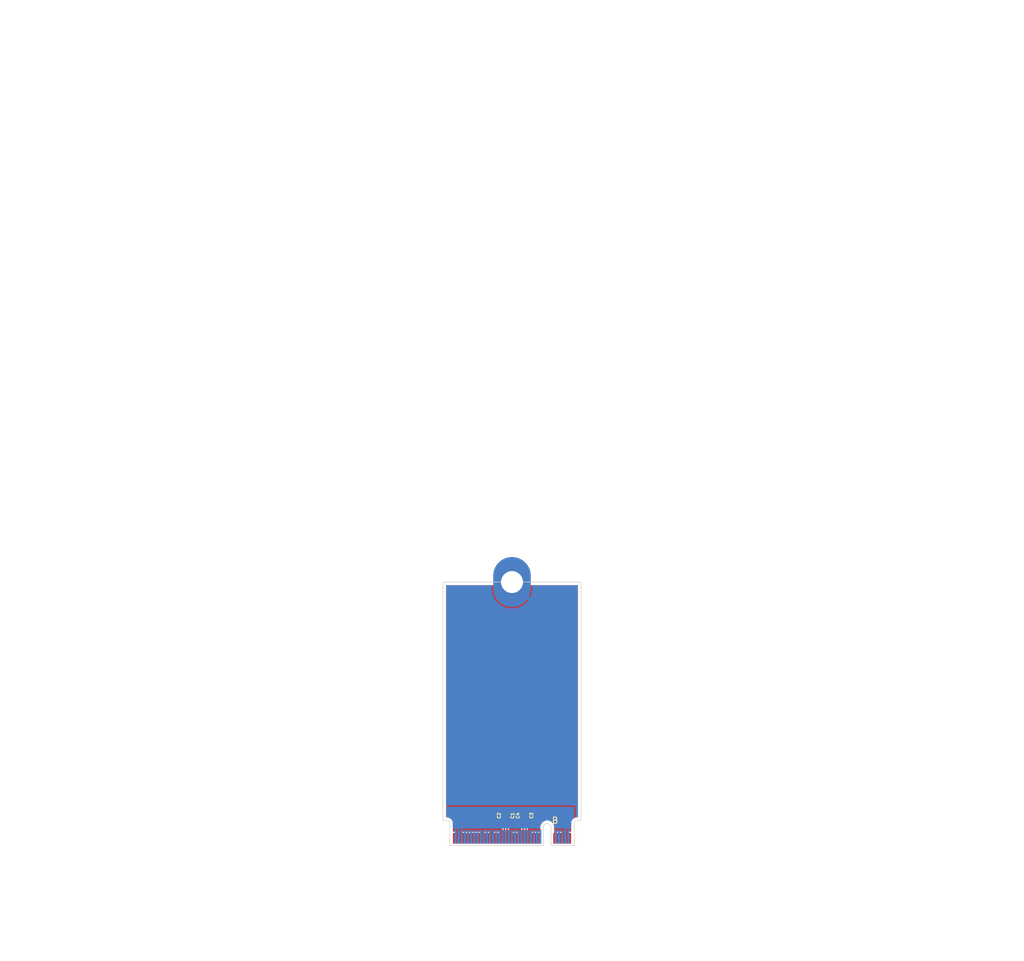
<source format=kicad_pcb>
(kicad_pcb (version 20241229) (generator "pcbnew") (generator_version "9.0")
  (layers (0 "F.Cu" signal) (2 "B.Cu" signal) (13 "F.Paste" user) (15 "B.Paste" user) (5 "F.SilkS" user "F.Silkscreen") (7 "B.SilkS" user "B.Silkscreen") (1 "F.Mask" user) (3 "B.Mask" user) (25 "Edge.Cuts" user))
  (net 0 "")
  (net 1 "/M.2 B key/PET0N")
  (net 2 "/M.2 B key/PET0P")
  (net 3 "/M.2 B key/PET1P")
  (net 4 "/M.2 B key/PET1N")
  (net 5 "GND")
  (net 6 "/CONFIG_3")
  (net 7 "+3.3V")
  (net 8 "/FULL_CARD_PWR_OFF#")
  (net 9 "/USB_D+")
  (net 10 "/W_DISABLE1#")
  (net 11 "/USB_D-")
  (net 12 "/GPIO_9{slash}LED#1")
  (net 13 "/GPIO_5")
  (net 14 "/CONFIG_0")
  (net 15 "/GPIO_6")
  (net 16 "/DPR")
  (net 17 "/GPIO_7")
  (net 18 "/GPIO_11")
  (net 19 "/GPIO_10")
  (net 20 "/GPIO_8")
  (net 21 "/UIM-RESET")
  (net 22 "/UIM-CLK")
  (net 23 "/UIM-DATA")
  (net 24 "/PER1-")
  (net 25 "/UIM-PWR")
  (net 26 "/PER1+")
  (net 27 "/DEVSLP")
  (net 28 "/GPIO_0")
  (net 29 "/GPIO_1")
  (net 30 "/GPIO_2")
  (net 31 "/GPIO_3")
  (net 32 "/PER0-")
  (net 33 "/GPIO_4")
  (net 34 "/PER0+")
  (net 35 "/PERST#")
  (net 36 "/CLKREQ#")
  (net 37 "/REFCLK-")
  (net 38 "/PEWAKE#")
  (net 39 "/REFCLK+")
  (net 42 "/ANTCTL0")
  (net 44 "/ANTCTL1")
  (net 46 "/ANTCTL2")
  (net 48 "/ANTCTL3")
  (net 49 "/SIM_DETECT")
  (net 50 "/RESET#")
  (net 51 "/SUSCLK")
  (net 52 "/CONFIG_1")
  (net 53 "/CONFIG_2")
  (net 54 "/PET0+")
  (net 55 "/PET1+")
  (net 56 "/PET1-")
  (net 57 "/PET0-")
  (footprint "Capacitor_SMD:C_0201_0603Metric" (layer "F.Cu") (at 111.61 152.8 90)
    (property "Reference" "C3" (at 0 0.75 90) (layer "F.SilkS") (effects (font (size 0.5 0.5))))
    (property "Value" "220nF")
    (pad "1" smd roundrect (at -0.32 0 90) (size 0.46 0.4) (layers "F.Cu" "F.Mask") (net 4 "/M.2 B key/PET1N"))
    (pad "2" smd roundrect (at 0.32 0 90) (size 0.46 0.4) (layers "F.Cu" "F.Mask") (net 56 "/PET1-"))
  )
  (footprint "Capacitor_SMD:C_0201_0603Metric" (layer "F.Cu") (at 107.91 152.8 90)
    (property "Reference" "C2" (at 0 -0.73 90) (layer "F.SilkS") (effects (font (size 0.5 0.5))))
    (property "Value" "220nF")
    (pad "1" smd roundrect (at -0.32 0 90) (size 0.46 0.4) (layers "F.Cu" "F.Mask") (net 2 "/M.2 B key/PET0P"))
    (pad "2" smd roundrect (at 0.32 0 90) (size 0.46 0.4) (layers "F.Cu" "F.Mask") (net 54 "/PET0+"))
  )
  (footprint "Athena KiCAd library:M.2 Mounting Pad" (layer "F.Cu") (at 109.26 115.57)
    (property "Reference" "H1")
    (property "Value" "MountingHole_Pad")
    (pad "1" thru_hole circle (at 0 0) (size 5.5 5.5) (drill 3.5) (property pad_prop_castellated) (layers "*.Cu" "*.Mask") (net 5 "GND") (padstack (mode front_inner_back) (layer "Inner" (shape circle) (size 5.5 5.5)) (layer "B.Cu" (shape oval) (size 6 8))))
  )
  (footprint "Capacitor_SMD:C_0201_0603Metric" (layer "F.Cu") (at 110.91 152.8 90)
    (property "Reference" "C4" (at 0 -0.72 90) (layer "F.SilkS") (effects (font (size 0.5 0.5))))
    (property "Value" "220nF")
    (pad "1" smd roundrect (at -0.32 0 90) (size 0.46 0.4) (layers "F.Cu" "F.Mask") (net 3 "/M.2 B key/PET1P"))
    (pad "2" smd roundrect (at 0.32 0 90) (size 0.46 0.4) (layers "F.Cu" "F.Mask") (net 55 "/PET1+"))
  )
  (footprint "Capacitor_SMD:C_0201_0603Metric" (layer "F.Cu") (at 108.61 152.8 90)
    (property "Reference" "C1" (at 0 0.73 270) (layer "F.SilkS") (effects (font (size 0.5 0.5))))
    (property "Value" "220nF")
    (pad "1" smd roundrect (at -0.32 0 90) (size 0.46 0.4) (layers "F.Cu" "F.Mask") (net 1 "/M.2 B key/PET0N"))
    (pad "2" smd roundrect (at 0.32 0 90) (size 0.46 0.4) (layers "F.Cu" "F.Mask") (net 57 "/PET0-"))
  )
  (footprint "PCIexpress:M.2 B Key Connector" (layer "F.Cu") (at 109.26 156.46)
    (property "Reference" "J1")
    (property "Value" "~")
    (fp_line (start -11 -2.89) (end -10.425 -2.89) (stroke (width 0.1)) (layer "Edge.Cuts"))
    (fp_line (start -9.925 -2.39) (end -9.925 1.11) (stroke (width 0.1)) (layer "Edge.Cuts"))
    (fp_line (start 5.02 -1.79) (end 5.02 1.11) (stroke (width 0.1)) (layer "Edge.Cuts"))
    (fp_line (start 5.02 1.11) (end -9.925 1.11) (stroke (width 0.1)) (layer "Edge.Cuts"))
    (fp_line (start 6.22 -1.79) (end 6.22 1.11) (stroke (width 0.1)) (layer "Edge.Cuts"))
    (fp_line (start 6.225333 1.11) (end 9.925 1.11) (stroke (width 0.1)) (layer "Edge.Cuts"))
    (fp_line (start 9.925 -2.39) (end 9.925 1.11) (stroke (width 0.1)) (layer "Edge.Cuts"))
    (fp_line (start 10.425 -2.89) (end 11 -2.89) (stroke (width 0.1)) (layer "Edge.Cuts"))
    (fp_arc (start -10.425 -2.89) (mid -10.071447 -2.743553) (end -9.925 -2.39) (stroke (width 0.1)) (layer "Edge.Cuts"))
    (fp_arc (start 5.02 -1.79) (mid 5.62 -2.39) (end 6.22 -1.79) (stroke (width 0.1)) (layer "Edge.Cuts"))
    (fp_arc (start 9.925 -2.39) (mid 10.071447 -2.743553) (end 10.425 -2.89) (stroke (width 0.1)) (layer "Edge.Cuts"))
    (fp_text user "B" (at 6.27 -2.3 0) (layer "F.SilkS") (effects (justify left bottom)))
    (pad "1" smd rect (at 9.25 -0.04 180) (size 0.35 1.7) (layers "F.Cu") (net 6 "/CONFIG_3"))
    (pad "2" smd rect (at 9 -0.29 180) (size 0.35 2.2) (layers "B.Cu") (net 7 "+3.3V"))
    (pad "3" smd rect (at 8.75 -0.04 180) (size 0.35 1.7) (layers "F.Cu") (net 5 "GND"))
    (pad "4" smd rect (at 8.5 -0.29 180) (size 0.35 2.2) (layers "B.Cu") (net 7 "+3.3V"))
    (pad "5" smd rect (at 8.25 -0.04 180) (size 0.35 1.7) (layers "F.Cu") (net 5 "GND"))
    (pad "6" smd rect (at 8 -0.29 180) (size 0.35 2.2) (layers "B.Cu") (net 8 "/FULL_CARD_PWR_OFF#"))
    (pad "7" smd rect (at 7.75 -0.04 180) (size 0.35 1.7) (layers "F.Cu") (net 9 "/USB_D+"))
    (pad "8" smd rect (at 7.5 -0.29 180) (size 0.35 2.2) (layers "B.Cu") (net 10 "/W_DISABLE1#"))
    (pad "9" smd rect (at 7.25 -0.04 180) (size 0.35 1.7) (layers "F.Cu") (net 11 "/USB_D-"))
    (pad "10" smd rect (at 7 -0.29 180) (size 0.35 2.2) (layers "B.Cu") (net 12 "/GPIO_9{slash}LED#1"))
    (pad "11" smd rect (at 6.75 -0.04 180) (size 0.35 1.7) (layers "F.Cu") (net 5 "GND"))
    (pad "20" smd rect (at 4.5 -0.29 180) (size 0.35 2.2) (layers "B.Cu") (net 13 "/GPIO_5"))
    (pad "21" smd rect (at 4.25 -0.04 180) (size 0.35 1.7) (layers "F.Cu") (net 14 "/CONFIG_0"))
    (pad "22" smd rect (at 4 -0.29 180) (size 0.35 2.2) (layers "B.Cu") (net 15 "/GPIO_6"))
    (pad "23" smd rect (at 3.75 -0.04 180) (size 0.35 1.7) (layers "F.Cu") (net 16 "/DPR"))
    (pad "24" smd rect (at 3.5 -0.29 180) (size 0.35 2.2) (layers "B.Cu") (net 17 "/GPIO_7"))
    (pad "25" smd rect (at 3.25 -0.04 180) (size 0.35 1.7) (layers "F.Cu") (net 18 "/GPIO_11"))
    (pad "26" smd rect (at 3 -0.29 180) (size 0.35 2.2) (layers "B.Cu") (net 19 "/GPIO_10"))
    (pad "27" smd rect (at 2.75 -0.04 180) (size 0.35 1.7) (layers "F.Cu") (net 5 "GND"))
    (pad "28" smd rect (at 2.5 -0.29 180) (size 0.35 2.2) (layers "B.Cu") (net 20 "/GPIO_8"))
    (pad "29" smd rect (at 2.25 -0.04 180) (size 0.35 1.7) (layers "F.Cu") (net 4 "/M.2 B key/PET1N"))
    (pad "30" smd rect (at 2 -0.29 180) (size 0.35 2.2) (layers "B.Cu") (net 21 "/UIM-RESET"))
    (pad "31" smd rect (at 1.75 -0.04 180) (size 0.35 1.7) (layers "F.Cu") (net 3 "/M.2 B key/PET1P"))
    (pad "32" smd rect (at 1.5 -0.29 180) (size 0.35 2.2) (layers "B.Cu") (net 22 "/UIM-CLK"))
    (pad "33" smd rect (at 1.25 -0.04 180) (size 0.35 1.7) (layers "F.Cu") (net 5 "GND"))
    (pad "34" smd rect (at 1 -0.29 180) (size 0.35 2.2) (layers "B.Cu") (net 23 "/UIM-DATA"))
    (pad "35" smd rect (at 0.75 -0.04 180) (size 0.35 1.7) (layers "F.Cu") (net 24 "/PER1-"))
    (pad "36" smd rect (at 0.5 -0.29 180) (size 0.35 2.2) (layers "B.Cu") (net 25 "/UIM-PWR"))
    (pad "37" smd rect (at 0.25 -0.04 180) (size 0.35 1.7) (layers "F.Cu") (net 26 "/PER1+"))
    (pad "38" smd rect (at 0 -0.29 180) (size 0.35 2.2) (layers "B.Cu") (net 27 "/DEVSLP"))
    (pad "39" smd rect (at -0.25 -0.04 180) (size 0.35 1.7) (layers "F.Cu") (net 5 "GND"))
    (pad "40" smd rect (at -0.5 -0.29 180) (size 0.35 2.2) (layers "B.Cu") (net 28 "/GPIO_0"))
    (pad "41" smd rect (at -0.75 -0.04 180) (size 0.35 1.7) (layers "F.Cu") (net 1 "/M.2 B key/PET0N"))
    (pad "42" smd rect (at -1 -0.29 180) (size 0.35 2.2) (layers "B.Cu") (net 29 "/GPIO_1"))
    (pad "43" smd rect (at -1.25 -0.04 180) (size 0.35 1.7) (layers "F.Cu") (net 2 "/M.2 B key/PET0P"))
    (pad "44" smd rect (at -1.5 -0.29 180) (size 0.35 2.2) (layers "B.Cu") (net 30 "/GPIO_2"))
    (pad "45" smd rect (at -1.75 -0.04 180) (size 0.35 1.7) (layers "F.Cu") (net 5 "GND"))
    (pad "46" smd rect (at -2 -0.29 180) (size 0.35 2.2) (layers "B.Cu") (net 31 "/GPIO_3"))
    (pad "47" smd rect (at -2.25 -0.04 180) (size 0.35 1.7) (layers "F.Cu") (net 32 "/PER0-"))
    (pad "48" smd rect (at -2.5 -0.29 180) (size 0.35 2.2) (layers "B.Cu") (net 33 "/GPIO_4"))
    (pad "49" smd rect (at -2.75 -0.04 180) (size 0.35 1.7) (layers "F.Cu") (net 34 "/PER0+"))
    (pad "50" smd rect (at -3 -0.29 180) (size 0.35 2.2) (layers "B.Cu") (net 35 "/PERST#"))
    (pad "51" smd rect (at -3.25 -0.04 180) (size 0.35 1.7) (layers "F.Cu") (net 5 "GND"))
    (pad "52" smd rect (at -3.5 -0.29 180) (size 0.35 2.2) (layers "B.Cu") (net 36 "/CLKREQ#"))
    (pad "53" smd rect (at -3.75 -0.04 180) (size 0.35 1.7) (layers "F.Cu") (net 37 "/REFCLK-"))
    (pad "54" smd rect (at -4 -0.29 180) (size 0.35 2.2) (layers "B.Cu") (net 38 "/PEWAKE#"))
    (pad "55" smd rect (at -4.25 -0.04 180) (size 0.35 1.7) (layers "F.Cu") (net 39 "/REFCLK+"))
    (pad "56" smd rect (at -4.5 -0.29 180) (size 0.35 2.2) (layers "B.Cu"))
    (pad "57" smd rect (at -4.75 -0.04 180) (size 0.35 1.7) (layers "F.Cu") (net 5 "GND"))
    (pad "58" smd rect (at -5 -0.29 180) (size 0.35 2.2) (layers "B.Cu"))
    (pad "59" smd rect (at -5.25 -0.04 180) (size 0.35 1.7) (layers "F.Cu") (net 42 "/ANTCTL0"))
    (pad "60" smd rect (at -5.5 -0.29 180) (size 0.35 2.2) (layers "B.Cu"))
    (pad "61" smd rect (at -5.75 -0.04 180) (size 0.35 1.7) (layers "F.Cu") (net 44 "/ANTCTL1"))
    (pad "62" smd rect (at -6 -0.29 180) (size 0.35 2.2) (layers "B.Cu"))
    (pad "63" smd rect (at -6.25 -0.04 180) (size 0.35 1.7) (layers "F.Cu") (net 46 "/ANTCTL2"))
    (pad "64" smd rect (at -6.5 -0.29 180) (size 0.35 2.2) (layers "B.Cu"))
    (pad "65" smd rect (at -6.75 -0.04 180) (size 0.35 1.7) (layers "F.Cu") (net 48 "/ANTCTL3"))
    (pad "66" smd rect (at -7 -0.29 180) (size 0.35 2.2) (layers "B.Cu") (net 49 "/SIM_DETECT"))
    (pad "67" smd rect (at -7.25 -0.04 180) (size 0.35 1.7) (layers "F.Cu") (net 50 "/RESET#"))
    (pad "68" smd rect (at -7.5 -0.29 180) (size 0.35 2.2) (layers "B.Cu") (net 51 "/SUSCLK"))
    (pad "69" smd rect (at -7.75 -0.04 180) (size 0.35 1.7) (layers "F.Cu") (net 52 "/CONFIG_1"))
    (pad "70" smd rect (at -8 -0.29 180) (size 0.35 2.2) (layers "B.Cu") (net 7 "+3.3V"))
    (pad "71" smd rect (at -8.25 -0.04 180) (size 0.35 1.7) (layers "F.Cu") (net 5 "GND"))
    (pad "72" smd rect (at -8.5 -0.29 180) (size 0.35 2.2) (layers "B.Cu") (net 7 "+3.3V"))
    (pad "73" smd rect (at -8.75 -0.04 180) (size 0.35 1.7) (layers "F.Cu") (net 5 "GND"))
    (pad "74" smd rect (at -9 -0.29 180) (size 0.35 2.2) (layers "B.Cu") (net 7 "+3.3V"))
    (pad "75" smd rect (at -9.25 -0.04 180) (size 0.35 1.7) (layers "F.Cu") (net 53 "/CONFIG_2"))
  )
  (gr_line (start 120.26 153.57) (end 120.26 115.57) (stroke (width 0.1)) (layer "Edge.Cuts"))
  (gr_line (start 120.26 115.57) (end 98.26 115.57) (stroke (width 0.1)) (layer "Edge.Cuts"))
  (gr_line (start 98.26 115.57) (end 98.26 153.57) (stroke (width 0.1)) (layer "Edge.Cuts"))
  (segment (start 108.61 153.465001) (end 108.61 153.12) (width 0.2) (layer "F.Cu") (net 1))
  (segment (start 108.51 155.144999) (end 108.485 155.119999) (width 0.2) (layer "F.Cu") (net 1))
  (segment (start 108.485 153.590001) (end 108.61 153.465001) (width 0.2) (layer "F.Cu") (net 1))
  (segment (start 108.485 155.119999) (end 108.485 153.590001) (width 0.2) (layer "F.Cu") (net 1))
  (segment (start 108.51 156.42) (end 108.51 155.144999) (width 0.2) (layer "F.Cu") (net 1))
  (segment (start 108.035 155.119999) (end 108.035 153.590001) (width 0.2) (layer "F.Cu") (net 2))
  (segment (start 108.035 153.590001) (end 107.91 153.465001) (width 0.2) (layer "F.Cu") (net 2))
  (segment (start 108.01 156.42) (end 108.01 155.144999) (width 0.2) (layer "F.Cu") (net 2))
  (segment (start 107.91 153.465001) (end 107.91 153.12) (width 0.2) (layer "F.Cu") (net 2))
  (segment (start 108.01 155.144999) (end 108.035 155.119999) (width 0.2) (layer "F.Cu") (net 2))
  (segment (start 111.01 156.42) (end 111.01 155.144999) (width 0.2) (layer "F.Cu") (net 3))
  (segment (start 111.01 155.144999) (end 111.035 155.119999) (width 0.2) (layer "F.Cu") (net 3))
  (segment (start 111.035 155.119999) (end 111.035 153.590001) (width 0.2) (layer "F.Cu") (net 3))
  (segment (start 110.91 153.465001) (end 110.91 153.12) (width 0.2) (layer "F.Cu") (net 3))
  (segment (start 111.035 153.590001) (end 110.91 153.465001) (width 0.2) (layer "F.Cu") (net 3))
  (segment (start 111.51 155.144999) (end 111.485 155.119999) (width 0.2) (layer "F.Cu") (net 4))
  (segment (start 111.51 156.42) (end 111.51 155.144999) (width 0.2) (layer "F.Cu") (net 4))
  (segment (start 111.485 153.590001) (end 111.61 153.465001) (width 0.2) (layer "F.Cu") (net 4))
  (segment (start 111.485 155.119999) (end 111.485 153.590001) (width 0.2) (layer "F.Cu") (net 4))
  (segment (start 111.61 153.465001) (end 111.61 153.12) (width 0.2) (layer "F.Cu") (net 4))
  (zone (net 5) (net_name "GND") (layers "F.Cu" "B.Cu") (connect_pads (clearance 0.15)) (min_thickness 0.15) (fill yes (thermal_gap 0.2) (thermal_bridge_width 0.5))
    (polygon (pts (xy 94.26 155.81) (xy 94.26 47.57) (xy 124.26 47.57) (xy 124.26 155.81)))
  )
  (zone (net 7) (net_name "+3.3V") (layer "B.Cu") (priority 1) (connect_pads (clearance 0.2)) (min_thickness 0.1) (fill yes (thermal_gap 0.2) (thermal_bridge_width 0.25))
    (polygon (pts (xy 119.18 155.75) (xy 119.18 151.385) (xy 119.165 151.37) (xy 98.71 151.37) (xy 98.71 156) (xy 118.93 156)))
  )
)
</source>
